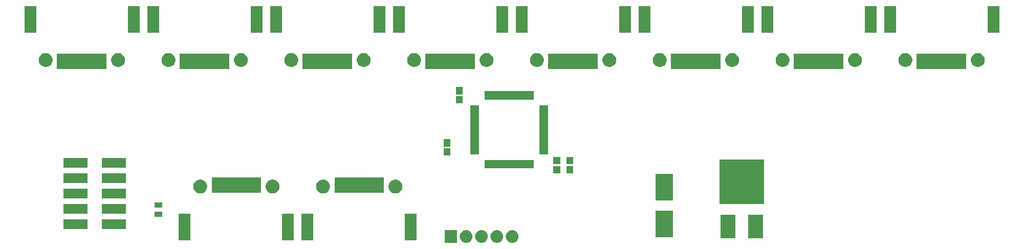
<source format=gts>
%TF.GenerationSoftware,KiCad,Pcbnew,(5.0.1)-3*%
%TF.CreationDate,2018-12-23T12:05:20+11:00*%
%TF.ProjectId,1Wire-SoManySwitches,31576972652D536F4D616E7953776974,1.2*%
%TF.SameCoordinates,Original*%
%TF.FileFunction,Soldermask,Top*%
%TF.FilePolarity,Negative*%
%FSLAX46Y46*%
G04 Gerber Fmt 4.6, Leading zero omitted, Abs format (unit mm)*
G04 Created by KiCad (PCBNEW (5.0.1)-3) date 23/12/2018 12:05:20 PM*
%MOMM*%
%LPD*%
G01*
G04 APERTURE LIST*
%ADD10C,0.100000*%
G04 APERTURE END LIST*
D10*
G36*
X132081707Y-97890596D02*
X132158836Y-97898193D01*
X132290787Y-97938220D01*
X132356763Y-97958233D01*
X132539172Y-98055733D01*
X132699054Y-98186946D01*
X132830267Y-98346828D01*
X132927767Y-98529237D01*
X132927767Y-98529238D01*
X132987807Y-98727164D01*
X133008080Y-98933000D01*
X132987807Y-99138836D01*
X132954389Y-99249000D01*
X132927767Y-99336763D01*
X132830267Y-99519172D01*
X132699054Y-99679054D01*
X132539172Y-99810267D01*
X132356763Y-99907767D01*
X132290787Y-99927780D01*
X132158836Y-99967807D01*
X132081707Y-99975404D01*
X132004580Y-99983000D01*
X131901420Y-99983000D01*
X131824293Y-99975403D01*
X131747164Y-99967807D01*
X131615213Y-99927780D01*
X131549237Y-99907767D01*
X131366828Y-99810267D01*
X131206946Y-99679054D01*
X131075733Y-99519172D01*
X130978233Y-99336763D01*
X130951611Y-99249000D01*
X130918193Y-99138836D01*
X130897920Y-98933000D01*
X130918193Y-98727164D01*
X130978233Y-98529238D01*
X130978233Y-98529237D01*
X131075733Y-98346828D01*
X131206946Y-98186946D01*
X131366828Y-98055733D01*
X131549237Y-97958233D01*
X131615213Y-97938220D01*
X131747164Y-97898193D01*
X131824293Y-97890597D01*
X131901420Y-97883000D01*
X132004580Y-97883000D01*
X132081707Y-97890596D01*
X132081707Y-97890596D01*
G37*
G36*
X129541707Y-97890596D02*
X129618836Y-97898193D01*
X129750787Y-97938220D01*
X129816763Y-97958233D01*
X129999172Y-98055733D01*
X130159054Y-98186946D01*
X130290267Y-98346828D01*
X130387767Y-98529237D01*
X130387767Y-98529238D01*
X130447807Y-98727164D01*
X130468080Y-98933000D01*
X130447807Y-99138836D01*
X130414389Y-99249000D01*
X130387767Y-99336763D01*
X130290267Y-99519172D01*
X130159054Y-99679054D01*
X129999172Y-99810267D01*
X129816763Y-99907767D01*
X129750787Y-99927780D01*
X129618836Y-99967807D01*
X129541707Y-99975404D01*
X129464580Y-99983000D01*
X129361420Y-99983000D01*
X129284293Y-99975403D01*
X129207164Y-99967807D01*
X129075213Y-99927780D01*
X129009237Y-99907767D01*
X128826828Y-99810267D01*
X128666946Y-99679054D01*
X128535733Y-99519172D01*
X128438233Y-99336763D01*
X128411611Y-99249000D01*
X128378193Y-99138836D01*
X128357920Y-98933000D01*
X128378193Y-98727164D01*
X128438233Y-98529238D01*
X128438233Y-98529237D01*
X128535733Y-98346828D01*
X128666946Y-98186946D01*
X128826828Y-98055733D01*
X129009237Y-97958233D01*
X129075213Y-97938220D01*
X129207164Y-97898193D01*
X129284293Y-97890597D01*
X129361420Y-97883000D01*
X129464580Y-97883000D01*
X129541707Y-97890596D01*
X129541707Y-97890596D01*
G37*
G36*
X122843000Y-99983000D02*
X120743000Y-99983000D01*
X120743000Y-97883000D01*
X122843000Y-97883000D01*
X122843000Y-99983000D01*
X122843000Y-99983000D01*
G37*
G36*
X127001707Y-97890596D02*
X127078836Y-97898193D01*
X127210787Y-97938220D01*
X127276763Y-97958233D01*
X127459172Y-98055733D01*
X127619054Y-98186946D01*
X127750267Y-98346828D01*
X127847767Y-98529237D01*
X127847767Y-98529238D01*
X127907807Y-98727164D01*
X127928080Y-98933000D01*
X127907807Y-99138836D01*
X127874389Y-99249000D01*
X127847767Y-99336763D01*
X127750267Y-99519172D01*
X127619054Y-99679054D01*
X127459172Y-99810267D01*
X127276763Y-99907767D01*
X127210787Y-99927780D01*
X127078836Y-99967807D01*
X127001707Y-99975404D01*
X126924580Y-99983000D01*
X126821420Y-99983000D01*
X126744293Y-99975403D01*
X126667164Y-99967807D01*
X126535213Y-99927780D01*
X126469237Y-99907767D01*
X126286828Y-99810267D01*
X126126946Y-99679054D01*
X125995733Y-99519172D01*
X125898233Y-99336763D01*
X125871611Y-99249000D01*
X125838193Y-99138836D01*
X125817920Y-98933000D01*
X125838193Y-98727164D01*
X125898233Y-98529238D01*
X125898233Y-98529237D01*
X125995733Y-98346828D01*
X126126946Y-98186946D01*
X126286828Y-98055733D01*
X126469237Y-97958233D01*
X126535213Y-97938220D01*
X126667164Y-97898193D01*
X126744293Y-97890597D01*
X126821420Y-97883000D01*
X126924580Y-97883000D01*
X127001707Y-97890596D01*
X127001707Y-97890596D01*
G37*
G36*
X124461707Y-97890596D02*
X124538836Y-97898193D01*
X124670787Y-97938220D01*
X124736763Y-97958233D01*
X124919172Y-98055733D01*
X125079054Y-98186946D01*
X125210267Y-98346828D01*
X125307767Y-98529237D01*
X125307767Y-98529238D01*
X125367807Y-98727164D01*
X125388080Y-98933000D01*
X125367807Y-99138836D01*
X125334389Y-99249000D01*
X125307767Y-99336763D01*
X125210267Y-99519172D01*
X125079054Y-99679054D01*
X124919172Y-99810267D01*
X124736763Y-99907767D01*
X124670787Y-99927780D01*
X124538836Y-99967807D01*
X124461707Y-99975404D01*
X124384580Y-99983000D01*
X124281420Y-99983000D01*
X124204293Y-99975403D01*
X124127164Y-99967807D01*
X123995213Y-99927780D01*
X123929237Y-99907767D01*
X123746828Y-99810267D01*
X123586946Y-99679054D01*
X123455733Y-99519172D01*
X123358233Y-99336763D01*
X123331611Y-99249000D01*
X123298193Y-99138836D01*
X123277920Y-98933000D01*
X123298193Y-98727164D01*
X123358233Y-98529238D01*
X123358233Y-98529237D01*
X123455733Y-98346828D01*
X123586946Y-98186946D01*
X123746828Y-98055733D01*
X123929237Y-97958233D01*
X123995213Y-97938220D01*
X124127164Y-97898193D01*
X124204293Y-97890597D01*
X124281420Y-97883000D01*
X124384580Y-97883000D01*
X124461707Y-97890596D01*
X124461707Y-97890596D01*
G37*
G36*
X78676000Y-99616000D02*
X76776000Y-99616000D01*
X76776000Y-95216000D01*
X78676000Y-95216000D01*
X78676000Y-99616000D01*
X78676000Y-99616000D01*
G37*
G36*
X98996000Y-99616000D02*
X97096000Y-99616000D01*
X97096000Y-95216000D01*
X98996000Y-95216000D01*
X98996000Y-99616000D01*
X98996000Y-99616000D01*
G37*
G36*
X116096000Y-99616000D02*
X114196000Y-99616000D01*
X114196000Y-95216000D01*
X116096000Y-95216000D01*
X116096000Y-99616000D01*
X116096000Y-99616000D01*
G37*
G36*
X95776000Y-99616000D02*
X93876000Y-99616000D01*
X93876000Y-95216000D01*
X95776000Y-95216000D01*
X95776000Y-99616000D01*
X95776000Y-99616000D01*
G37*
G36*
X168836000Y-99249000D02*
X166436000Y-99249000D01*
X166436000Y-95349000D01*
X168836000Y-95349000D01*
X168836000Y-99249000D01*
X168836000Y-99249000D01*
G37*
G36*
X173416000Y-99249000D02*
X171016000Y-99249000D01*
X171016000Y-95349000D01*
X173416000Y-95349000D01*
X173416000Y-99249000D01*
X173416000Y-99249000D01*
G37*
G36*
X158549000Y-99103000D02*
X155649000Y-99103000D01*
X155649000Y-94703000D01*
X158549000Y-94703000D01*
X158549000Y-99103000D01*
X158549000Y-99103000D01*
G37*
G36*
X61665000Y-97736000D02*
X57665000Y-97736000D01*
X57665000Y-96066000D01*
X61665000Y-96066000D01*
X61665000Y-97736000D01*
X61665000Y-97736000D01*
G37*
G36*
X68065000Y-97736000D02*
X64065000Y-97736000D01*
X64065000Y-96066000D01*
X68065000Y-96066000D01*
X68065000Y-97736000D01*
X68065000Y-97736000D01*
G37*
G36*
X74056000Y-95700000D02*
X72756000Y-95700000D01*
X72756000Y-94800000D01*
X74056000Y-94800000D01*
X74056000Y-95700000D01*
X74056000Y-95700000D01*
G37*
G36*
X68065000Y-95196000D02*
X64065000Y-95196000D01*
X64065000Y-93526000D01*
X68065000Y-93526000D01*
X68065000Y-95196000D01*
X68065000Y-95196000D01*
G37*
G36*
X61665000Y-95196000D02*
X57665000Y-95196000D01*
X57665000Y-93526000D01*
X61665000Y-93526000D01*
X61665000Y-95196000D01*
X61665000Y-95196000D01*
G37*
G36*
X74056000Y-94200000D02*
X72756000Y-94200000D01*
X72756000Y-93300000D01*
X74056000Y-93300000D01*
X74056000Y-94200000D01*
X74056000Y-94200000D01*
G37*
G36*
X173636000Y-93599000D02*
X166236000Y-93599000D01*
X166236000Y-86199000D01*
X173636000Y-86199000D01*
X173636000Y-93599000D01*
X173636000Y-93599000D01*
G37*
G36*
X158549000Y-93003000D02*
X155649000Y-93003000D01*
X155649000Y-88603000D01*
X158549000Y-88603000D01*
X158549000Y-93003000D01*
X158549000Y-93003000D01*
G37*
G36*
X61665000Y-92656000D02*
X57665000Y-92656000D01*
X57665000Y-90986000D01*
X61665000Y-90986000D01*
X61665000Y-92656000D01*
X61665000Y-92656000D01*
G37*
G36*
X68065000Y-92656000D02*
X64065000Y-92656000D01*
X64065000Y-90986000D01*
X68065000Y-90986000D01*
X68065000Y-92656000D01*
X68065000Y-92656000D01*
G37*
G36*
X112971443Y-89570194D02*
X113180728Y-89656883D01*
X113369085Y-89782739D01*
X113529261Y-89942915D01*
X113655117Y-90131272D01*
X113741806Y-90340557D01*
X113786000Y-90562734D01*
X113786000Y-90789266D01*
X113741806Y-91011443D01*
X113655117Y-91220728D01*
X113529261Y-91409085D01*
X113369085Y-91569261D01*
X113180728Y-91695117D01*
X112971443Y-91781806D01*
X112749266Y-91826000D01*
X112522734Y-91826000D01*
X112300557Y-91781806D01*
X112091272Y-91695117D01*
X111902915Y-91569261D01*
X111742739Y-91409085D01*
X111616883Y-91220728D01*
X111530194Y-91011443D01*
X111486000Y-90789266D01*
X111486000Y-90562734D01*
X111530194Y-90340557D01*
X111616883Y-90131272D01*
X111742739Y-89942915D01*
X111902915Y-89782739D01*
X112091272Y-89656883D01*
X112300557Y-89570194D01*
X112522734Y-89526000D01*
X112749266Y-89526000D01*
X112971443Y-89570194D01*
X112971443Y-89570194D01*
G37*
G36*
X80661443Y-89570194D02*
X80870728Y-89656883D01*
X81059085Y-89782739D01*
X81219261Y-89942915D01*
X81345117Y-90131272D01*
X81431806Y-90340557D01*
X81476000Y-90562734D01*
X81476000Y-90789266D01*
X81431806Y-91011443D01*
X81345117Y-91220728D01*
X81219261Y-91409085D01*
X81059085Y-91569261D01*
X80870728Y-91695117D01*
X80661443Y-91781806D01*
X80439266Y-91826000D01*
X80212734Y-91826000D01*
X79990557Y-91781806D01*
X79781272Y-91695117D01*
X79592915Y-91569261D01*
X79432739Y-91409085D01*
X79306883Y-91220728D01*
X79220194Y-91011443D01*
X79176000Y-90789266D01*
X79176000Y-90562734D01*
X79220194Y-90340557D01*
X79306883Y-90131272D01*
X79432739Y-89942915D01*
X79592915Y-89782739D01*
X79781272Y-89656883D01*
X79990557Y-89570194D01*
X80212734Y-89526000D01*
X80439266Y-89526000D01*
X80661443Y-89570194D01*
X80661443Y-89570194D01*
G37*
G36*
X100981443Y-89570194D02*
X101190728Y-89656883D01*
X101379085Y-89782739D01*
X101539261Y-89942915D01*
X101665117Y-90131272D01*
X101751806Y-90340557D01*
X101796000Y-90562734D01*
X101796000Y-90789266D01*
X101751806Y-91011443D01*
X101665117Y-91220728D01*
X101539261Y-91409085D01*
X101379085Y-91569261D01*
X101190728Y-91695117D01*
X100981443Y-91781806D01*
X100759266Y-91826000D01*
X100532734Y-91826000D01*
X100310557Y-91781806D01*
X100101272Y-91695117D01*
X99912915Y-91569261D01*
X99752739Y-91409085D01*
X99626883Y-91220728D01*
X99540194Y-91011443D01*
X99496000Y-90789266D01*
X99496000Y-90562734D01*
X99540194Y-90340557D01*
X99626883Y-90131272D01*
X99752739Y-89942915D01*
X99912915Y-89782739D01*
X100101272Y-89656883D01*
X100310557Y-89570194D01*
X100532734Y-89526000D01*
X100759266Y-89526000D01*
X100981443Y-89570194D01*
X100981443Y-89570194D01*
G37*
G36*
X92651443Y-89570194D02*
X92860728Y-89656883D01*
X93049085Y-89782739D01*
X93209261Y-89942915D01*
X93335117Y-90131272D01*
X93421806Y-90340557D01*
X93466000Y-90562734D01*
X93466000Y-90789266D01*
X93421806Y-91011443D01*
X93335117Y-91220728D01*
X93209261Y-91409085D01*
X93049085Y-91569261D01*
X92860728Y-91695117D01*
X92651443Y-91781806D01*
X92429266Y-91826000D01*
X92202734Y-91826000D01*
X91980557Y-91781806D01*
X91771272Y-91695117D01*
X91582915Y-91569261D01*
X91422739Y-91409085D01*
X91296883Y-91220728D01*
X91210194Y-91011443D01*
X91166000Y-90789266D01*
X91166000Y-90562734D01*
X91210194Y-90340557D01*
X91296883Y-90131272D01*
X91422739Y-89942915D01*
X91582915Y-89782739D01*
X91771272Y-89656883D01*
X91980557Y-89570194D01*
X92202734Y-89526000D01*
X92429266Y-89526000D01*
X92651443Y-89570194D01*
X92651443Y-89570194D01*
G37*
G36*
X90426000Y-91686000D02*
X82286000Y-91686000D01*
X82286000Y-89186000D01*
X90426000Y-89186000D01*
X90426000Y-91686000D01*
X90426000Y-91686000D01*
G37*
G36*
X110746000Y-91686000D02*
X102606000Y-91686000D01*
X102606000Y-89186000D01*
X110746000Y-89186000D01*
X110746000Y-91686000D01*
X110746000Y-91686000D01*
G37*
G36*
X68065000Y-90116000D02*
X64065000Y-90116000D01*
X64065000Y-88446000D01*
X68065000Y-88446000D01*
X68065000Y-90116000D01*
X68065000Y-90116000D01*
G37*
G36*
X61665000Y-90116000D02*
X57665000Y-90116000D01*
X57665000Y-88446000D01*
X61665000Y-88446000D01*
X61665000Y-90116000D01*
X61665000Y-90116000D01*
G37*
G36*
X139894000Y-88472000D02*
X138744000Y-88472000D01*
X138744000Y-87272000D01*
X139894000Y-87272000D01*
X139894000Y-88472000D01*
X139894000Y-88472000D01*
G37*
G36*
X142053000Y-88472000D02*
X140903000Y-88472000D01*
X140903000Y-87272000D01*
X142053000Y-87272000D01*
X142053000Y-88472000D01*
X142053000Y-88472000D01*
G37*
G36*
X135520000Y-87680000D02*
X127370000Y-87680000D01*
X127370000Y-86280000D01*
X135520000Y-86280000D01*
X135520000Y-87680000D01*
X135520000Y-87680000D01*
G37*
G36*
X61665000Y-87576000D02*
X57665000Y-87576000D01*
X57665000Y-85906000D01*
X61665000Y-85906000D01*
X61665000Y-87576000D01*
X61665000Y-87576000D01*
G37*
G36*
X68065000Y-87576000D02*
X64065000Y-87576000D01*
X64065000Y-85906000D01*
X68065000Y-85906000D01*
X68065000Y-87576000D01*
X68065000Y-87576000D01*
G37*
G36*
X139894000Y-86972000D02*
X138744000Y-86972000D01*
X138744000Y-85772000D01*
X139894000Y-85772000D01*
X139894000Y-86972000D01*
X139894000Y-86972000D01*
G37*
G36*
X142053000Y-86972000D02*
X140903000Y-86972000D01*
X140903000Y-85772000D01*
X142053000Y-85772000D01*
X142053000Y-86972000D01*
X142053000Y-86972000D01*
G37*
G36*
X121733000Y-85551000D02*
X120583000Y-85551000D01*
X120583000Y-84351000D01*
X121733000Y-84351000D01*
X121733000Y-85551000D01*
X121733000Y-85551000D01*
G37*
G36*
X126445000Y-85355000D02*
X125045000Y-85355000D01*
X125045000Y-77205000D01*
X126445000Y-77205000D01*
X126445000Y-85355000D01*
X126445000Y-85355000D01*
G37*
G36*
X137845000Y-85355000D02*
X136445000Y-85355000D01*
X136445000Y-77205000D01*
X137845000Y-77205000D01*
X137845000Y-85355000D01*
X137845000Y-85355000D01*
G37*
G36*
X121733000Y-84051000D02*
X120583000Y-84051000D01*
X120583000Y-82851000D01*
X121733000Y-82851000D01*
X121733000Y-84051000D01*
X121733000Y-84051000D01*
G37*
G36*
X123765000Y-76915000D02*
X122615000Y-76915000D01*
X122615000Y-75715000D01*
X123765000Y-75715000D01*
X123765000Y-76915000D01*
X123765000Y-76915000D01*
G37*
G36*
X135520000Y-76280000D02*
X127370000Y-76280000D01*
X127370000Y-74880000D01*
X135520000Y-74880000D01*
X135520000Y-76280000D01*
X135520000Y-76280000D01*
G37*
G36*
X123765000Y-75415000D02*
X122615000Y-75415000D01*
X122615000Y-74215000D01*
X123765000Y-74215000D01*
X123765000Y-75415000D01*
X123765000Y-75415000D01*
G37*
G36*
X105420000Y-71215000D02*
X97280000Y-71215000D01*
X97280000Y-68715000D01*
X105420000Y-68715000D01*
X105420000Y-71215000D01*
X105420000Y-71215000D01*
G37*
G36*
X64780000Y-71215000D02*
X56640000Y-71215000D01*
X56640000Y-68715000D01*
X64780000Y-68715000D01*
X64780000Y-71215000D01*
X64780000Y-71215000D01*
G37*
G36*
X207020000Y-71215000D02*
X198880000Y-71215000D01*
X198880000Y-68715000D01*
X207020000Y-68715000D01*
X207020000Y-71215000D01*
X207020000Y-71215000D01*
G37*
G36*
X146060000Y-71215000D02*
X137920000Y-71215000D01*
X137920000Y-68715000D01*
X146060000Y-68715000D01*
X146060000Y-71215000D01*
X146060000Y-71215000D01*
G37*
G36*
X166380000Y-71215000D02*
X158240000Y-71215000D01*
X158240000Y-68715000D01*
X166380000Y-68715000D01*
X166380000Y-71215000D01*
X166380000Y-71215000D01*
G37*
G36*
X85100000Y-71215000D02*
X76960000Y-71215000D01*
X76960000Y-68715000D01*
X85100000Y-68715000D01*
X85100000Y-71215000D01*
X85100000Y-71215000D01*
G37*
G36*
X186700000Y-71215000D02*
X178560000Y-71215000D01*
X178560000Y-68715000D01*
X186700000Y-68715000D01*
X186700000Y-71215000D01*
X186700000Y-71215000D01*
G37*
G36*
X125740000Y-71215000D02*
X117600000Y-71215000D01*
X117600000Y-68715000D01*
X125740000Y-68715000D01*
X125740000Y-71215000D01*
X125740000Y-71215000D01*
G37*
G36*
X116045443Y-68619194D02*
X116254728Y-68705883D01*
X116443085Y-68831739D01*
X116603261Y-68991915D01*
X116729117Y-69180272D01*
X116815806Y-69389557D01*
X116860000Y-69611734D01*
X116860000Y-69838266D01*
X116815806Y-70060443D01*
X116729117Y-70269728D01*
X116603261Y-70458085D01*
X116443085Y-70618261D01*
X116254728Y-70744117D01*
X116045443Y-70830806D01*
X115823266Y-70875000D01*
X115596734Y-70875000D01*
X115374557Y-70830806D01*
X115165272Y-70744117D01*
X114976915Y-70618261D01*
X114816739Y-70458085D01*
X114690883Y-70269728D01*
X114604194Y-70060443D01*
X114560000Y-69838266D01*
X114560000Y-69611734D01*
X114604194Y-69389557D01*
X114690883Y-69180272D01*
X114816739Y-68991915D01*
X114976915Y-68831739D01*
X115165272Y-68705883D01*
X115374557Y-68619194D01*
X115596734Y-68575000D01*
X115823266Y-68575000D01*
X116045443Y-68619194D01*
X116045443Y-68619194D01*
G37*
G36*
X128035443Y-68619194D02*
X128244728Y-68705883D01*
X128433085Y-68831739D01*
X128593261Y-68991915D01*
X128719117Y-69180272D01*
X128805806Y-69389557D01*
X128850000Y-69611734D01*
X128850000Y-69838266D01*
X128805806Y-70060443D01*
X128719117Y-70269728D01*
X128593261Y-70458085D01*
X128433085Y-70618261D01*
X128244728Y-70744117D01*
X128035443Y-70830806D01*
X127813266Y-70875000D01*
X127586734Y-70875000D01*
X127364557Y-70830806D01*
X127155272Y-70744117D01*
X126966915Y-70618261D01*
X126806739Y-70458085D01*
X126680883Y-70269728D01*
X126594194Y-70060443D01*
X126550000Y-69838266D01*
X126550000Y-69611734D01*
X126594194Y-69389557D01*
X126680883Y-69180272D01*
X126806739Y-68991915D01*
X126966915Y-68831739D01*
X127155272Y-68705883D01*
X127364557Y-68619194D01*
X127586734Y-68575000D01*
X127813266Y-68575000D01*
X128035443Y-68619194D01*
X128035443Y-68619194D01*
G37*
G36*
X95725443Y-68619194D02*
X95934728Y-68705883D01*
X96123085Y-68831739D01*
X96283261Y-68991915D01*
X96409117Y-69180272D01*
X96495806Y-69389557D01*
X96540000Y-69611734D01*
X96540000Y-69838266D01*
X96495806Y-70060443D01*
X96409117Y-70269728D01*
X96283261Y-70458085D01*
X96123085Y-70618261D01*
X95934728Y-70744117D01*
X95725443Y-70830806D01*
X95503266Y-70875000D01*
X95276734Y-70875000D01*
X95054557Y-70830806D01*
X94845272Y-70744117D01*
X94656915Y-70618261D01*
X94496739Y-70458085D01*
X94370883Y-70269728D01*
X94284194Y-70060443D01*
X94240000Y-69838266D01*
X94240000Y-69611734D01*
X94284194Y-69389557D01*
X94370883Y-69180272D01*
X94496739Y-68991915D01*
X94656915Y-68831739D01*
X94845272Y-68705883D01*
X95054557Y-68619194D01*
X95276734Y-68575000D01*
X95503266Y-68575000D01*
X95725443Y-68619194D01*
X95725443Y-68619194D01*
G37*
G36*
X107715443Y-68619194D02*
X107924728Y-68705883D01*
X108113085Y-68831739D01*
X108273261Y-68991915D01*
X108399117Y-69180272D01*
X108485806Y-69389557D01*
X108530000Y-69611734D01*
X108530000Y-69838266D01*
X108485806Y-70060443D01*
X108399117Y-70269728D01*
X108273261Y-70458085D01*
X108113085Y-70618261D01*
X107924728Y-70744117D01*
X107715443Y-70830806D01*
X107493266Y-70875000D01*
X107266734Y-70875000D01*
X107044557Y-70830806D01*
X106835272Y-70744117D01*
X106646915Y-70618261D01*
X106486739Y-70458085D01*
X106360883Y-70269728D01*
X106274194Y-70060443D01*
X106230000Y-69838266D01*
X106230000Y-69611734D01*
X106274194Y-69389557D01*
X106360883Y-69180272D01*
X106486739Y-68991915D01*
X106646915Y-68831739D01*
X106835272Y-68705883D01*
X107044557Y-68619194D01*
X107266734Y-68575000D01*
X107493266Y-68575000D01*
X107715443Y-68619194D01*
X107715443Y-68619194D01*
G37*
G36*
X197325443Y-68619194D02*
X197534728Y-68705883D01*
X197723085Y-68831739D01*
X197883261Y-68991915D01*
X198009117Y-69180272D01*
X198095806Y-69389557D01*
X198140000Y-69611734D01*
X198140000Y-69838266D01*
X198095806Y-70060443D01*
X198009117Y-70269728D01*
X197883261Y-70458085D01*
X197723085Y-70618261D01*
X197534728Y-70744117D01*
X197325443Y-70830806D01*
X197103266Y-70875000D01*
X196876734Y-70875000D01*
X196654557Y-70830806D01*
X196445272Y-70744117D01*
X196256915Y-70618261D01*
X196096739Y-70458085D01*
X195970883Y-70269728D01*
X195884194Y-70060443D01*
X195840000Y-69838266D01*
X195840000Y-69611734D01*
X195884194Y-69389557D01*
X195970883Y-69180272D01*
X196096739Y-68991915D01*
X196256915Y-68831739D01*
X196445272Y-68705883D01*
X196654557Y-68619194D01*
X196876734Y-68575000D01*
X197103266Y-68575000D01*
X197325443Y-68619194D01*
X197325443Y-68619194D01*
G37*
G36*
X209315443Y-68619194D02*
X209524728Y-68705883D01*
X209713085Y-68831739D01*
X209873261Y-68991915D01*
X209999117Y-69180272D01*
X210085806Y-69389557D01*
X210130000Y-69611734D01*
X210130000Y-69838266D01*
X210085806Y-70060443D01*
X209999117Y-70269728D01*
X209873261Y-70458085D01*
X209713085Y-70618261D01*
X209524728Y-70744117D01*
X209315443Y-70830806D01*
X209093266Y-70875000D01*
X208866734Y-70875000D01*
X208644557Y-70830806D01*
X208435272Y-70744117D01*
X208246915Y-70618261D01*
X208086739Y-70458085D01*
X207960883Y-70269728D01*
X207874194Y-70060443D01*
X207830000Y-69838266D01*
X207830000Y-69611734D01*
X207874194Y-69389557D01*
X207960883Y-69180272D01*
X208086739Y-68991915D01*
X208246915Y-68831739D01*
X208435272Y-68705883D01*
X208644557Y-68619194D01*
X208866734Y-68575000D01*
X209093266Y-68575000D01*
X209315443Y-68619194D01*
X209315443Y-68619194D01*
G37*
G36*
X87395443Y-68619194D02*
X87604728Y-68705883D01*
X87793085Y-68831739D01*
X87953261Y-68991915D01*
X88079117Y-69180272D01*
X88165806Y-69389557D01*
X88210000Y-69611734D01*
X88210000Y-69838266D01*
X88165806Y-70060443D01*
X88079117Y-70269728D01*
X87953261Y-70458085D01*
X87793085Y-70618261D01*
X87604728Y-70744117D01*
X87395443Y-70830806D01*
X87173266Y-70875000D01*
X86946734Y-70875000D01*
X86724557Y-70830806D01*
X86515272Y-70744117D01*
X86326915Y-70618261D01*
X86166739Y-70458085D01*
X86040883Y-70269728D01*
X85954194Y-70060443D01*
X85910000Y-69838266D01*
X85910000Y-69611734D01*
X85954194Y-69389557D01*
X86040883Y-69180272D01*
X86166739Y-68991915D01*
X86326915Y-68831739D01*
X86515272Y-68705883D01*
X86724557Y-68619194D01*
X86946734Y-68575000D01*
X87173266Y-68575000D01*
X87395443Y-68619194D01*
X87395443Y-68619194D01*
G37*
G36*
X75405443Y-68619194D02*
X75614728Y-68705883D01*
X75803085Y-68831739D01*
X75963261Y-68991915D01*
X76089117Y-69180272D01*
X76175806Y-69389557D01*
X76220000Y-69611734D01*
X76220000Y-69838266D01*
X76175806Y-70060443D01*
X76089117Y-70269728D01*
X75963261Y-70458085D01*
X75803085Y-70618261D01*
X75614728Y-70744117D01*
X75405443Y-70830806D01*
X75183266Y-70875000D01*
X74956734Y-70875000D01*
X74734557Y-70830806D01*
X74525272Y-70744117D01*
X74336915Y-70618261D01*
X74176739Y-70458085D01*
X74050883Y-70269728D01*
X73964194Y-70060443D01*
X73920000Y-69838266D01*
X73920000Y-69611734D01*
X73964194Y-69389557D01*
X74050883Y-69180272D01*
X74176739Y-68991915D01*
X74336915Y-68831739D01*
X74525272Y-68705883D01*
X74734557Y-68619194D01*
X74956734Y-68575000D01*
X75183266Y-68575000D01*
X75405443Y-68619194D01*
X75405443Y-68619194D01*
G37*
G36*
X188995443Y-68619194D02*
X189204728Y-68705883D01*
X189393085Y-68831739D01*
X189553261Y-68991915D01*
X189679117Y-69180272D01*
X189765806Y-69389557D01*
X189810000Y-69611734D01*
X189810000Y-69838266D01*
X189765806Y-70060443D01*
X189679117Y-70269728D01*
X189553261Y-70458085D01*
X189393085Y-70618261D01*
X189204728Y-70744117D01*
X188995443Y-70830806D01*
X188773266Y-70875000D01*
X188546734Y-70875000D01*
X188324557Y-70830806D01*
X188115272Y-70744117D01*
X187926915Y-70618261D01*
X187766739Y-70458085D01*
X187640883Y-70269728D01*
X187554194Y-70060443D01*
X187510000Y-69838266D01*
X187510000Y-69611734D01*
X187554194Y-69389557D01*
X187640883Y-69180272D01*
X187766739Y-68991915D01*
X187926915Y-68831739D01*
X188115272Y-68705883D01*
X188324557Y-68619194D01*
X188546734Y-68575000D01*
X188773266Y-68575000D01*
X188995443Y-68619194D01*
X188995443Y-68619194D01*
G37*
G36*
X148355443Y-68619194D02*
X148564728Y-68705883D01*
X148753085Y-68831739D01*
X148913261Y-68991915D01*
X149039117Y-69180272D01*
X149125806Y-69389557D01*
X149170000Y-69611734D01*
X149170000Y-69838266D01*
X149125806Y-70060443D01*
X149039117Y-70269728D01*
X148913261Y-70458085D01*
X148753085Y-70618261D01*
X148564728Y-70744117D01*
X148355443Y-70830806D01*
X148133266Y-70875000D01*
X147906734Y-70875000D01*
X147684557Y-70830806D01*
X147475272Y-70744117D01*
X147286915Y-70618261D01*
X147126739Y-70458085D01*
X147000883Y-70269728D01*
X146914194Y-70060443D01*
X146870000Y-69838266D01*
X146870000Y-69611734D01*
X146914194Y-69389557D01*
X147000883Y-69180272D01*
X147126739Y-68991915D01*
X147286915Y-68831739D01*
X147475272Y-68705883D01*
X147684557Y-68619194D01*
X147906734Y-68575000D01*
X148133266Y-68575000D01*
X148355443Y-68619194D01*
X148355443Y-68619194D01*
G37*
G36*
X136365443Y-68619194D02*
X136574728Y-68705883D01*
X136763085Y-68831739D01*
X136923261Y-68991915D01*
X137049117Y-69180272D01*
X137135806Y-69389557D01*
X137180000Y-69611734D01*
X137180000Y-69838266D01*
X137135806Y-70060443D01*
X137049117Y-70269728D01*
X136923261Y-70458085D01*
X136763085Y-70618261D01*
X136574728Y-70744117D01*
X136365443Y-70830806D01*
X136143266Y-70875000D01*
X135916734Y-70875000D01*
X135694557Y-70830806D01*
X135485272Y-70744117D01*
X135296915Y-70618261D01*
X135136739Y-70458085D01*
X135010883Y-70269728D01*
X134924194Y-70060443D01*
X134880000Y-69838266D01*
X134880000Y-69611734D01*
X134924194Y-69389557D01*
X135010883Y-69180272D01*
X135136739Y-68991915D01*
X135296915Y-68831739D01*
X135485272Y-68705883D01*
X135694557Y-68619194D01*
X135916734Y-68575000D01*
X136143266Y-68575000D01*
X136365443Y-68619194D01*
X136365443Y-68619194D01*
G37*
G36*
X55085443Y-68619194D02*
X55294728Y-68705883D01*
X55483085Y-68831739D01*
X55643261Y-68991915D01*
X55769117Y-69180272D01*
X55855806Y-69389557D01*
X55900000Y-69611734D01*
X55900000Y-69838266D01*
X55855806Y-70060443D01*
X55769117Y-70269728D01*
X55643261Y-70458085D01*
X55483085Y-70618261D01*
X55294728Y-70744117D01*
X55085443Y-70830806D01*
X54863266Y-70875000D01*
X54636734Y-70875000D01*
X54414557Y-70830806D01*
X54205272Y-70744117D01*
X54016915Y-70618261D01*
X53856739Y-70458085D01*
X53730883Y-70269728D01*
X53644194Y-70060443D01*
X53600000Y-69838266D01*
X53600000Y-69611734D01*
X53644194Y-69389557D01*
X53730883Y-69180272D01*
X53856739Y-68991915D01*
X54016915Y-68831739D01*
X54205272Y-68705883D01*
X54414557Y-68619194D01*
X54636734Y-68575000D01*
X54863266Y-68575000D01*
X55085443Y-68619194D01*
X55085443Y-68619194D01*
G37*
G36*
X67075443Y-68619194D02*
X67284728Y-68705883D01*
X67473085Y-68831739D01*
X67633261Y-68991915D01*
X67759117Y-69180272D01*
X67845806Y-69389557D01*
X67890000Y-69611734D01*
X67890000Y-69838266D01*
X67845806Y-70060443D01*
X67759117Y-70269728D01*
X67633261Y-70458085D01*
X67473085Y-70618261D01*
X67284728Y-70744117D01*
X67075443Y-70830806D01*
X66853266Y-70875000D01*
X66626734Y-70875000D01*
X66404557Y-70830806D01*
X66195272Y-70744117D01*
X66006915Y-70618261D01*
X65846739Y-70458085D01*
X65720883Y-70269728D01*
X65634194Y-70060443D01*
X65590000Y-69838266D01*
X65590000Y-69611734D01*
X65634194Y-69389557D01*
X65720883Y-69180272D01*
X65846739Y-68991915D01*
X66006915Y-68831739D01*
X66195272Y-68705883D01*
X66404557Y-68619194D01*
X66626734Y-68575000D01*
X66853266Y-68575000D01*
X67075443Y-68619194D01*
X67075443Y-68619194D01*
G37*
G36*
X168675443Y-68619194D02*
X168884728Y-68705883D01*
X169073085Y-68831739D01*
X169233261Y-68991915D01*
X169359117Y-69180272D01*
X169445806Y-69389557D01*
X169490000Y-69611734D01*
X169490000Y-69838266D01*
X169445806Y-70060443D01*
X169359117Y-70269728D01*
X169233261Y-70458085D01*
X169073085Y-70618261D01*
X168884728Y-70744117D01*
X168675443Y-70830806D01*
X168453266Y-70875000D01*
X168226734Y-70875000D01*
X168004557Y-70830806D01*
X167795272Y-70744117D01*
X167606915Y-70618261D01*
X167446739Y-70458085D01*
X167320883Y-70269728D01*
X167234194Y-70060443D01*
X167190000Y-69838266D01*
X167190000Y-69611734D01*
X167234194Y-69389557D01*
X167320883Y-69180272D01*
X167446739Y-68991915D01*
X167606915Y-68831739D01*
X167795272Y-68705883D01*
X168004557Y-68619194D01*
X168226734Y-68575000D01*
X168453266Y-68575000D01*
X168675443Y-68619194D01*
X168675443Y-68619194D01*
G37*
G36*
X156685443Y-68619194D02*
X156894728Y-68705883D01*
X157083085Y-68831739D01*
X157243261Y-68991915D01*
X157369117Y-69180272D01*
X157455806Y-69389557D01*
X157500000Y-69611734D01*
X157500000Y-69838266D01*
X157455806Y-70060443D01*
X157369117Y-70269728D01*
X157243261Y-70458085D01*
X157083085Y-70618261D01*
X156894728Y-70744117D01*
X156685443Y-70830806D01*
X156463266Y-70875000D01*
X156236734Y-70875000D01*
X156014557Y-70830806D01*
X155805272Y-70744117D01*
X155616915Y-70618261D01*
X155456739Y-70458085D01*
X155330883Y-70269728D01*
X155244194Y-70060443D01*
X155200000Y-69838266D01*
X155200000Y-69611734D01*
X155244194Y-69389557D01*
X155330883Y-69180272D01*
X155456739Y-68991915D01*
X155616915Y-68831739D01*
X155805272Y-68705883D01*
X156014557Y-68619194D01*
X156236734Y-68575000D01*
X156463266Y-68575000D01*
X156685443Y-68619194D01*
X156685443Y-68619194D01*
G37*
G36*
X177005443Y-68619194D02*
X177214728Y-68705883D01*
X177403085Y-68831739D01*
X177563261Y-68991915D01*
X177689117Y-69180272D01*
X177775806Y-69389557D01*
X177820000Y-69611734D01*
X177820000Y-69838266D01*
X177775806Y-70060443D01*
X177689117Y-70269728D01*
X177563261Y-70458085D01*
X177403085Y-70618261D01*
X177214728Y-70744117D01*
X177005443Y-70830806D01*
X176783266Y-70875000D01*
X176556734Y-70875000D01*
X176334557Y-70830806D01*
X176125272Y-70744117D01*
X175936915Y-70618261D01*
X175776739Y-70458085D01*
X175650883Y-70269728D01*
X175564194Y-70060443D01*
X175520000Y-69838266D01*
X175520000Y-69611734D01*
X175564194Y-69389557D01*
X175650883Y-69180272D01*
X175776739Y-68991915D01*
X175936915Y-68831739D01*
X176125272Y-68705883D01*
X176334557Y-68619194D01*
X176556734Y-68575000D01*
X176783266Y-68575000D01*
X177005443Y-68619194D01*
X177005443Y-68619194D01*
G37*
G36*
X171890000Y-65185000D02*
X169990000Y-65185000D01*
X169990000Y-60785000D01*
X171890000Y-60785000D01*
X171890000Y-65185000D01*
X171890000Y-65185000D01*
G37*
G36*
X70290000Y-65185000D02*
X68390000Y-65185000D01*
X68390000Y-60785000D01*
X70290000Y-60785000D01*
X70290000Y-65185000D01*
X70290000Y-65185000D01*
G37*
G36*
X73510000Y-65185000D02*
X71610000Y-65185000D01*
X71610000Y-60785000D01*
X73510000Y-60785000D01*
X73510000Y-65185000D01*
X73510000Y-65185000D01*
G37*
G36*
X90610000Y-65185000D02*
X88710000Y-65185000D01*
X88710000Y-60785000D01*
X90610000Y-60785000D01*
X90610000Y-65185000D01*
X90610000Y-65185000D01*
G37*
G36*
X93830000Y-65185000D02*
X91930000Y-65185000D01*
X91930000Y-60785000D01*
X93830000Y-60785000D01*
X93830000Y-65185000D01*
X93830000Y-65185000D01*
G37*
G36*
X110930000Y-65185000D02*
X109030000Y-65185000D01*
X109030000Y-60785000D01*
X110930000Y-60785000D01*
X110930000Y-65185000D01*
X110930000Y-65185000D01*
G37*
G36*
X114150000Y-65185000D02*
X112250000Y-65185000D01*
X112250000Y-60785000D01*
X114150000Y-60785000D01*
X114150000Y-65185000D01*
X114150000Y-65185000D01*
G37*
G36*
X131250000Y-65185000D02*
X129350000Y-65185000D01*
X129350000Y-60785000D01*
X131250000Y-60785000D01*
X131250000Y-65185000D01*
X131250000Y-65185000D01*
G37*
G36*
X134470000Y-65185000D02*
X132570000Y-65185000D01*
X132570000Y-60785000D01*
X134470000Y-60785000D01*
X134470000Y-65185000D01*
X134470000Y-65185000D01*
G37*
G36*
X53190000Y-65185000D02*
X51290000Y-65185000D01*
X51290000Y-60785000D01*
X53190000Y-60785000D01*
X53190000Y-65185000D01*
X53190000Y-65185000D01*
G37*
G36*
X151570000Y-65185000D02*
X149670000Y-65185000D01*
X149670000Y-60785000D01*
X151570000Y-60785000D01*
X151570000Y-65185000D01*
X151570000Y-65185000D01*
G37*
G36*
X195430000Y-65185000D02*
X193530000Y-65185000D01*
X193530000Y-60785000D01*
X195430000Y-60785000D01*
X195430000Y-65185000D01*
X195430000Y-65185000D01*
G37*
G36*
X212530000Y-65185000D02*
X210630000Y-65185000D01*
X210630000Y-60785000D01*
X212530000Y-60785000D01*
X212530000Y-65185000D01*
X212530000Y-65185000D01*
G37*
G36*
X175110000Y-65185000D02*
X173210000Y-65185000D01*
X173210000Y-60785000D01*
X175110000Y-60785000D01*
X175110000Y-65185000D01*
X175110000Y-65185000D01*
G37*
G36*
X154790000Y-65185000D02*
X152890000Y-65185000D01*
X152890000Y-60785000D01*
X154790000Y-60785000D01*
X154790000Y-65185000D01*
X154790000Y-65185000D01*
G37*
G36*
X192210000Y-65185000D02*
X190310000Y-65185000D01*
X190310000Y-60785000D01*
X192210000Y-60785000D01*
X192210000Y-65185000D01*
X192210000Y-65185000D01*
G37*
M02*

</source>
